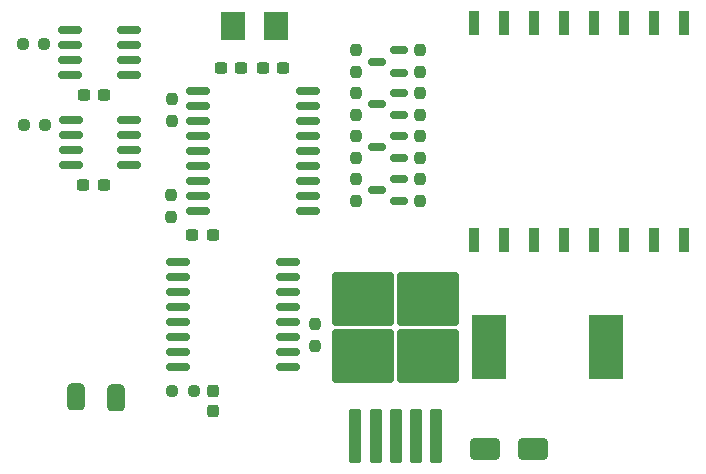
<source format=gbr>
%TF.GenerationSoftware,KiCad,Pcbnew,7.0.6*%
%TF.CreationDate,2023-11-27T09:51:19+01:00*%
%TF.ProjectId,PSACANBridgeHW_v14,50534143-414e-4427-9269-64676548575f,rev?*%
%TF.SameCoordinates,Original*%
%TF.FileFunction,Paste,Top*%
%TF.FilePolarity,Positive*%
%FSLAX46Y46*%
G04 Gerber Fmt 4.6, Leading zero omitted, Abs format (unit mm)*
G04 Created by KiCad (PCBNEW 7.0.6) date 2023-11-27 09:51:19*
%MOMM*%
%LPD*%
G01*
G04 APERTURE LIST*
G04 Aperture macros list*
%AMRoundRect*
0 Rectangle with rounded corners*
0 $1 Rounding radius*
0 $2 $3 $4 $5 $6 $7 $8 $9 X,Y pos of 4 corners*
0 Add a 4 corners polygon primitive as box body*
4,1,4,$2,$3,$4,$5,$6,$7,$8,$9,$2,$3,0*
0 Add four circle primitives for the rounded corners*
1,1,$1+$1,$2,$3*
1,1,$1+$1,$4,$5*
1,1,$1+$1,$6,$7*
1,1,$1+$1,$8,$9*
0 Add four rect primitives between the rounded corners*
20,1,$1+$1,$2,$3,$4,$5,0*
20,1,$1+$1,$4,$5,$6,$7,0*
20,1,$1+$1,$6,$7,$8,$9,0*
20,1,$1+$1,$8,$9,$2,$3,0*%
G04 Aperture macros list end*
%ADD10RoundRect,0.237500X-0.300000X-0.237500X0.300000X-0.237500X0.300000X0.237500X-0.300000X0.237500X0*%
%ADD11RoundRect,0.237500X0.300000X0.237500X-0.300000X0.237500X-0.300000X-0.237500X0.300000X-0.237500X0*%
%ADD12RoundRect,0.237500X0.250000X0.237500X-0.250000X0.237500X-0.250000X-0.237500X0.250000X-0.237500X0*%
%ADD13RoundRect,0.237500X0.237500X-0.250000X0.237500X0.250000X-0.237500X0.250000X-0.237500X-0.250000X0*%
%ADD14RoundRect,0.237500X-0.237500X0.250000X-0.237500X-0.250000X0.237500X-0.250000X0.237500X0.250000X0*%
%ADD15R,0.900000X2.000000*%
%ADD16RoundRect,0.150000X0.587500X0.150000X-0.587500X0.150000X-0.587500X-0.150000X0.587500X-0.150000X0*%
%ADD17RoundRect,0.150000X0.825000X0.150000X-0.825000X0.150000X-0.825000X-0.150000X0.825000X-0.150000X0*%
%ADD18RoundRect,0.237500X0.237500X-0.300000X0.237500X0.300000X-0.237500X0.300000X-0.237500X-0.300000X0*%
%ADD19RoundRect,0.250000X0.300000X-2.050000X0.300000X2.050000X-0.300000X2.050000X-0.300000X-2.050000X0*%
%ADD20RoundRect,0.250000X2.375000X-2.025000X2.375000X2.025000X-2.375000X2.025000X-2.375000X-2.025000X0*%
%ADD21R,2.900000X5.400000*%
%ADD22RoundRect,0.150000X0.875000X0.150000X-0.875000X0.150000X-0.875000X-0.150000X0.875000X-0.150000X0*%
%ADD23R,2.000000X2.400000*%
%ADD24RoundRect,0.381000X0.381000X-0.762000X0.381000X0.762000X-0.381000X0.762000X-0.381000X-0.762000X0*%
%ADD25RoundRect,0.250000X-1.000000X-0.650000X1.000000X-0.650000X1.000000X0.650000X-1.000000X0.650000X0*%
G04 APERTURE END LIST*
D10*
%TO.C,C1*%
X139165900Y-121666000D03*
X140890900Y-121666000D03*
%TD*%
D11*
%TO.C,C2*%
X137334900Y-121666000D03*
X135609900Y-121666000D03*
%TD*%
D10*
%TO.C,C6*%
X123950100Y-131546600D03*
X125675100Y-131546600D03*
%TD*%
D12*
%TO.C,R10*%
X120721300Y-126466600D03*
X118896300Y-126466600D03*
%TD*%
D13*
%TO.C,R5*%
X152481100Y-121971600D03*
X152481100Y-120146600D03*
%TD*%
%TO.C,R6*%
X152481100Y-125637800D03*
X152481100Y-123812800D03*
%TD*%
D14*
%TO.C,R8*%
X147031100Y-123812800D03*
X147031100Y-125637800D03*
%TD*%
D13*
%TO.C,R11*%
X152481100Y-129278400D03*
X152481100Y-127453400D03*
%TD*%
%TO.C,R12*%
X152481100Y-132919100D03*
X152481100Y-131094100D03*
%TD*%
D14*
%TO.C,R13*%
X147031100Y-127453400D03*
X147031100Y-129278400D03*
%TD*%
%TO.C,R14*%
X147031100Y-131094100D03*
X147031100Y-132919100D03*
%TD*%
D11*
%TO.C,C4*%
X134896500Y-135839200D03*
X133171500Y-135839200D03*
%TD*%
D14*
%TO.C,R3*%
X131367000Y-132437500D03*
X131367000Y-134262500D03*
%TD*%
D13*
%TO.C,R4*%
X131443200Y-126109100D03*
X131443200Y-124284100D03*
%TD*%
D15*
%TO.C,U1*%
X174854600Y-117837200D03*
X172314600Y-117837200D03*
X169774600Y-117837200D03*
X167234600Y-117837200D03*
X164694600Y-117837200D03*
X162154600Y-117837200D03*
X159614600Y-117837200D03*
X157074600Y-117837200D03*
X174844600Y-136223200D03*
X172304600Y-136223200D03*
X169764600Y-136223200D03*
X167224600Y-136223200D03*
X164684600Y-136223200D03*
X162144600Y-136223200D03*
X159604600Y-136223200D03*
X157064600Y-136223200D03*
%TD*%
D16*
%TO.C,Q2*%
X150693600Y-125671600D03*
X150693600Y-123771600D03*
X148818600Y-124721600D03*
%TD*%
D17*
%TO.C,U4*%
X122859800Y-122250200D03*
X122859800Y-120980200D03*
X122859800Y-119710200D03*
X122859800Y-118440200D03*
X127809800Y-118440200D03*
X127809800Y-119710200D03*
X127809800Y-120980200D03*
X127809800Y-122250200D03*
%TD*%
D18*
%TO.C,C3*%
X134964800Y-150743500D03*
X134964800Y-149018500D03*
%TD*%
D19*
%TO.C,U6*%
X146997000Y-152781000D03*
X148697000Y-152781000D03*
X150397000Y-152781000D03*
D20*
X147622000Y-146056000D03*
X153172000Y-146056000D03*
X147622000Y-141206000D03*
X153172000Y-141206000D03*
D19*
X152097000Y-152781000D03*
X153797000Y-152781000D03*
%TD*%
D21*
%TO.C,L1*%
X168246600Y-145262600D03*
X158346600Y-145262600D03*
%TD*%
D10*
%TO.C,C5*%
X124015100Y-123977400D03*
X125740100Y-123977400D03*
%TD*%
D22*
%TO.C,U2*%
X141251200Y-146964400D03*
X141251200Y-145694400D03*
X141251200Y-144424400D03*
X141251200Y-143154400D03*
X141251200Y-141884400D03*
X141251200Y-140614400D03*
X141251200Y-139344400D03*
X141251200Y-138074400D03*
X131951200Y-138074400D03*
X131951200Y-139344400D03*
X131951200Y-140614400D03*
X131951200Y-141884400D03*
X131951200Y-143154400D03*
X131951200Y-144424400D03*
X131951200Y-145694400D03*
X131951200Y-146964400D03*
%TD*%
D16*
%TO.C,Q3*%
X150693600Y-129321600D03*
X150693600Y-127421600D03*
X148818600Y-128371600D03*
%TD*%
D23*
%TO.C,Y1*%
X136593700Y-118096800D03*
X140293700Y-118096800D03*
%TD*%
D16*
%TO.C,Q1*%
X150693600Y-122071600D03*
X150693600Y-120171600D03*
X148818600Y-121121600D03*
%TD*%
D22*
%TO.C,U3*%
X133653000Y-133731000D03*
X133653000Y-132461000D03*
X133653000Y-131191000D03*
X133653000Y-129921000D03*
X133653000Y-128651000D03*
X133653000Y-127381000D03*
X133653000Y-126111000D03*
X133653000Y-124841000D03*
X133653000Y-123571000D03*
X142953000Y-123571000D03*
X142953000Y-124841000D03*
X142953000Y-126111000D03*
X142953000Y-127381000D03*
X142953000Y-128651000D03*
X142953000Y-129921000D03*
X142953000Y-131191000D03*
X142953000Y-132461000D03*
X142953000Y-133731000D03*
%TD*%
D24*
%TO.C,J1*%
X123321800Y-149518700D03*
X126750800Y-149569500D03*
%TD*%
D14*
%TO.C,R7*%
X147031100Y-120159100D03*
X147031100Y-121984100D03*
%TD*%
%TO.C,R2*%
X143535400Y-143359500D03*
X143535400Y-145184500D03*
%TD*%
D12*
%TO.C,R9*%
X120640900Y-119620200D03*
X118815900Y-119620200D03*
%TD*%
D25*
%TO.C,D1*%
X157994600Y-153898600D03*
X161994600Y-153898600D03*
%TD*%
D16*
%TO.C,Q4*%
X150693600Y-132946600D03*
X150693600Y-131046600D03*
X148818600Y-131996600D03*
%TD*%
D12*
%TO.C,R1*%
X133297300Y-148971000D03*
X131472300Y-148971000D03*
%TD*%
D17*
%TO.C,U5*%
X122885200Y-129870200D03*
X122885200Y-128600200D03*
X122885200Y-127330200D03*
X122885200Y-126060200D03*
X127835200Y-126060200D03*
X127835200Y-127330200D03*
X127835200Y-128600200D03*
X127835200Y-129870200D03*
%TD*%
M02*

</source>
